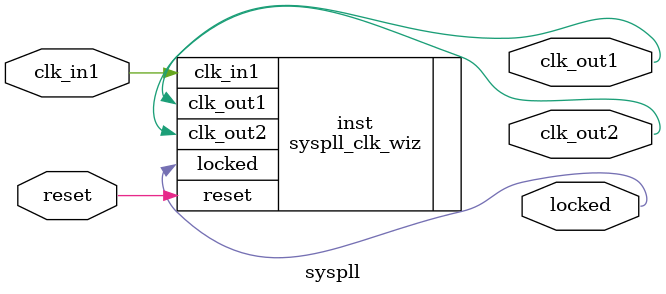
<source format=v>


`timescale 1ps/1ps

(* CORE_GENERATION_INFO = "syspll,clk_wiz_v6_0_2_0_0,{component_name=syspll,use_phase_alignment=false,use_min_o_jitter=false,use_max_i_jitter=false,use_dyn_phase_shift=false,use_inclk_switchover=false,use_dyn_reconfig=false,enable_axi=0,feedback_source=FDBK_AUTO,PRIMITIVE=MMCM,num_out_clk=2,clkin1_period=38.462,clkin2_period=10.0,use_power_down=false,use_reset=true,use_locked=true,use_inclk_stopped=false,feedback_type=SINGLE,CLOCK_MGR_TYPE=NA,manual_override=false}" *)

module syspll 
 (
  // Clock out ports
  output        clk_out1,
  output        clk_out2,
  // Status and control signals
  input         reset,
  output        locked,
 // Clock in ports
  input         clk_in1
 );

  syspll_clk_wiz inst
  (
  // Clock out ports  
  .clk_out1(clk_out1),
  .clk_out2(clk_out2),
  // Status and control signals               
  .reset(reset), 
  .locked(locked),
 // Clock in ports
  .clk_in1(clk_in1)
  );

endmodule

</source>
